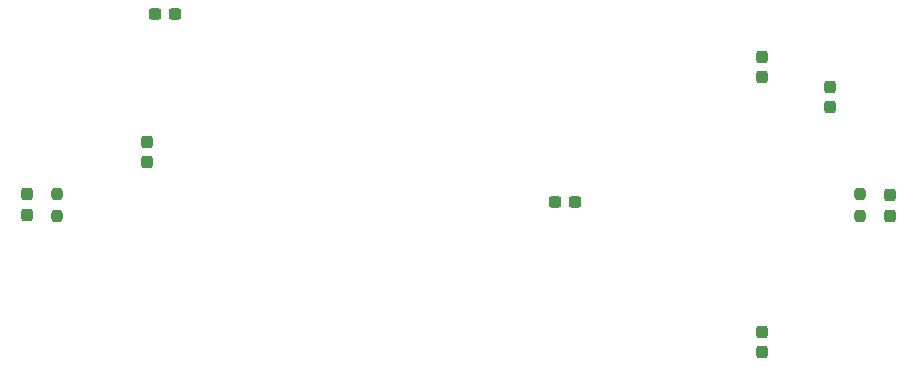
<source format=gtp>
G04 #@! TF.GenerationSoftware,KiCad,Pcbnew,7.0.11-7.0.11~ubuntu20.04.1*
G04 #@! TF.CreationDate,2024-08-20T17:51:29+02:00*
G04 #@! TF.ProjectId,kicad-kria-pmod-alinx,6b696361-642d-46b7-9269-612d706d6f64,1.0*
G04 #@! TF.SameCoordinates,Original*
G04 #@! TF.FileFunction,Paste,Top*
G04 #@! TF.FilePolarity,Positive*
%FSLAX46Y46*%
G04 Gerber Fmt 4.6, Leading zero omitted, Abs format (unit mm)*
G04 Created by KiCad (PCBNEW 7.0.11-7.0.11~ubuntu20.04.1) date 2024-08-20 17:51:29*
%MOMM*%
%LPD*%
G01*
G04 APERTURE LIST*
G04 Aperture macros list*
%AMRoundRect*
0 Rectangle with rounded corners*
0 $1 Rounding radius*
0 $2 $3 $4 $5 $6 $7 $8 $9 X,Y pos of 4 corners*
0 Add a 4 corners polygon primitive as box body*
4,1,4,$2,$3,$4,$5,$6,$7,$8,$9,$2,$3,0*
0 Add four circle primitives for the rounded corners*
1,1,$1+$1,$2,$3*
1,1,$1+$1,$4,$5*
1,1,$1+$1,$6,$7*
1,1,$1+$1,$8,$9*
0 Add four rect primitives between the rounded corners*
20,1,$1+$1,$2,$3,$4,$5,0*
20,1,$1+$1,$4,$5,$6,$7,0*
20,1,$1+$1,$6,$7,$8,$9,0*
20,1,$1+$1,$8,$9,$2,$3,0*%
G04 Aperture macros list end*
%ADD10RoundRect,0.237500X0.300000X0.237500X-0.300000X0.237500X-0.300000X-0.237500X0.300000X-0.237500X0*%
%ADD11RoundRect,0.237500X-0.237500X0.250000X-0.237500X-0.250000X0.237500X-0.250000X0.237500X0.250000X0*%
%ADD12RoundRect,0.237500X-0.237500X0.287500X-0.237500X-0.287500X0.237500X-0.287500X0.237500X0.287500X0*%
%ADD13RoundRect,0.237500X0.237500X-0.300000X0.237500X0.300000X-0.237500X0.300000X-0.237500X-0.300000X0*%
%ADD14RoundRect,0.237500X-0.237500X0.300000X-0.237500X-0.300000X0.237500X-0.300000X0.237500X0.300000X0*%
%ADD15RoundRect,0.237500X-0.300000X-0.237500X0.300000X-0.237500X0.300000X0.237500X-0.300000X0.237500X0*%
G04 APERTURE END LIST*
D10*
X128280000Y-57155000D03*
X126555000Y-57155000D03*
D11*
X152410000Y-56520000D03*
X152410000Y-58345000D03*
D12*
X81925000Y-56520000D03*
X81925000Y-58270000D03*
D13*
X144155000Y-46587500D03*
X144155000Y-44862500D03*
D14*
X149870000Y-49127500D03*
X149870000Y-47402500D03*
D11*
X84465000Y-56482500D03*
X84465000Y-58307500D03*
D14*
X92085000Y-52075000D03*
X92085000Y-53800000D03*
D15*
X92720000Y-41280000D03*
X94445000Y-41280000D03*
D12*
X154950000Y-58345000D03*
X154950000Y-56595000D03*
D13*
X144155000Y-69855000D03*
X144155000Y-68130000D03*
M02*

</source>
